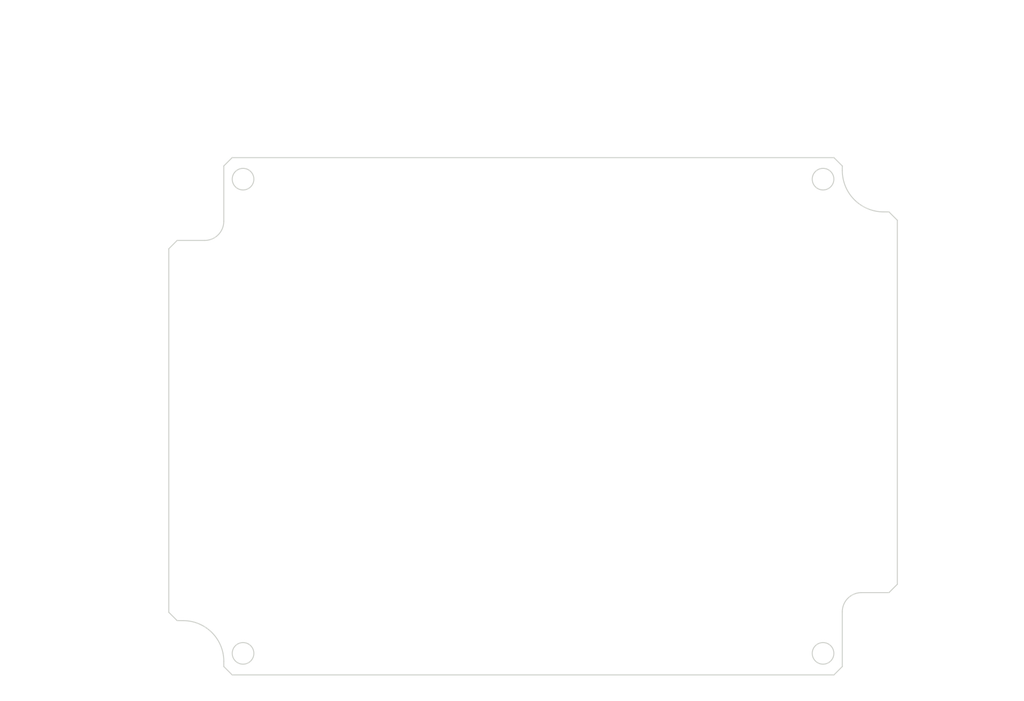
<source format=kicad_pcb>
(kicad_pcb (version 20171130) (host pcbnew "(5.1.0)-1")

  (general
    (thickness 1.6)
    (drawings 106)
    (tracks 0)
    (zones 0)
    (modules 0)
    (nets 1)
  )

  (page A4)
  (layers
    (0 F.Cu signal)
    (31 B.Cu signal)
    (32 B.Adhes user)
    (33 F.Adhes user)
    (34 B.Paste user)
    (35 F.Paste user)
    (36 B.SilkS user)
    (37 F.SilkS user)
    (38 B.Mask user)
    (39 F.Mask user)
    (40 Dwgs.User user)
    (41 Cmts.User user)
    (42 Eco1.User user)
    (43 Eco2.User user)
    (44 Edge.Cuts user)
    (45 Margin user)
    (46 B.CrtYd user)
    (47 F.CrtYd user)
    (48 B.Fab user)
    (49 F.Fab user)
  )

  (setup
    (last_trace_width 0.25)
    (trace_clearance 0.2)
    (zone_clearance 0.508)
    (zone_45_only no)
    (trace_min 0.2)
    (via_size 0.8)
    (via_drill 0.4)
    (via_min_size 0.4)
    (via_min_drill 0.3)
    (uvia_size 0.3)
    (uvia_drill 0.1)
    (uvias_allowed no)
    (uvia_min_size 0.2)
    (uvia_min_drill 0.1)
    (edge_width 0.05)
    (segment_width 0.2)
    (pcb_text_width 0.3)
    (pcb_text_size 1.5 1.5)
    (mod_edge_width 0.12)
    (mod_text_size 1 1)
    (mod_text_width 0.15)
    (pad_size 1.524 1.524)
    (pad_drill 0.762)
    (pad_to_mask_clearance 0.051)
    (solder_mask_min_width 0.25)
    (aux_axis_origin 0 0)
    (visible_elements FFFFFF7F)
    (pcbplotparams
      (layerselection 0x010fc_ffffffff)
      (usegerberextensions false)
      (usegerberattributes false)
      (usegerberadvancedattributes false)
      (creategerberjobfile false)
      (excludeedgelayer true)
      (linewidth 0.152400)
      (plotframeref false)
      (viasonmask false)
      (mode 1)
      (useauxorigin false)
      (hpglpennumber 1)
      (hpglpenspeed 20)
      (hpglpendiameter 15.000000)
      (psnegative false)
      (psa4output false)
      (plotreference true)
      (plotvalue true)
      (plotinvisibletext false)
      (padsonsilk false)
      (subtractmaskfromsilk false)
      (outputformat 1)
      (mirror false)
      (drillshape 1)
      (scaleselection 1)
      (outputdirectory ""))
  )

  (net 0 "")

  (net_class Default "This is the default net class."
    (clearance 0.2)
    (trace_width 0.25)
    (via_dia 0.8)
    (via_drill 0.4)
    (uvia_dia 0.3)
    (uvia_drill 0.1)
  )

  (gr_circle (center 206.383999 150.410001) (end 208.433999 150.410001) (layer Edge.Cuts) (width 0.2))
  (gr_circle (center 96.383999 60.410001) (end 98.433999 60.410001) (layer Edge.Cuts) (width 0.2))
  (gr_circle (center 206.384 60.410001) (end 208.434 60.410001) (layer Edge.Cuts) (width 0.2))
  (gr_circle (center 96.383999 150.410001) (end 98.433999 150.410001) (layer Edge.Cuts) (width 0.2))
  (gr_arc (start 89.099224 68.410001) (end 89.099224 72.03764) (angle -90) (layer Edge.Cuts) (width 0.2))
  (gr_line (start 92.726864 57.910846) (end 92.726864 68.410001) (layer Edge.Cuts) (width 0.2))
  (gr_arc (start 217.884 58.775736) (end 210.03639 58.775736) (angle -90) (layer Edge.Cuts) (width 0.2))
  (gr_line (start 218.883154 66.623346) (end 217.884 66.623346) (layer Edge.Cuts) (width 0.2))
  (gr_line (start 220.470654 137.294861) (end 220.470654 68.210846) (layer Edge.Cuts) (width 0.2))
  (gr_arc (start 213.66403 142.510001) (end 213.66403 138.882361) (angle -90) (layer Edge.Cuts) (width 0.2))
  (gr_line (start 210.03639 152.909155) (end 210.03639 142.510001) (layer Edge.Cuts) (width 0.2))
  (gr_arc (start 85.018264 151.910001) (end 92.731609 151.910001) (angle -90) (layer Edge.Cuts) (width 0.2))
  (gr_line (start 83.884845 144.196655) (end 85.018264 144.196655) (layer Edge.Cuts) (width 0.2))
  (gr_line (start 82.297345 73.62514) (end 82.297345 142.609155) (layer Edge.Cuts) (width 0.2))
  (gr_line (start 208.44889 56.323346) (end 94.314364 56.323346) (layer Edge.Cuts) (width 0.2))
  (gr_line (start 210.03639 58.775736) (end 210.03639 57.910846) (layer Edge.Cuts) (width 0.2))
  (gr_line (start 94.319109 154.496655) (end 208.44889 154.496655) (layer Edge.Cuts) (width 0.2))
  (gr_line (start 92.731609 151.910001) (end 92.731609 152.909155) (layer Edge.Cuts) (width 0.2))
  (gr_line (start 213.66403 138.882361) (end 218.883154 138.882361) (layer Edge.Cuts) (width 0.2))
  (gr_line (start 89.099224 72.03764) (end 83.884845 72.03764) (layer Edge.Cuts) (width 0.2))
  (gr_line (start 82.297345 142.609155) (end 83.884845 144.196655) (layer Edge.Cuts) (width 0.2))
  (gr_line (start 210.03639 57.910846) (end 208.44889 56.323346) (layer Edge.Cuts) (width 0.2))
  (gr_line (start 92.731609 152.909155) (end 94.319109 154.496655) (layer Edge.Cuts) (width 0.2))
  (gr_line (start 220.470654 68.210846) (end 218.883154 66.623346) (layer Edge.Cuts) (width 0.2))
  (gr_line (start 208.44889 154.496655) (end 210.03639 152.909155) (layer Edge.Cuts) (width 0.2))
  (gr_line (start 94.314364 56.323346) (end 92.726864 57.910846) (layer Edge.Cuts) (width 0.2))
  (gr_line (start 218.883154 138.882361) (end 220.470654 137.294861) (layer Edge.Cuts) (width 0.2))
  (gr_line (start 83.884845 72.03764) (end 82.297345 73.62514) (layer Edge.Cuts) (width 0.2))
  (gr_text "1.59 X 45.0° Chamfer" (at 218.386601 159.035742) (layer Dwgs.User)
    (effects (font (size 1.7 1.53) (thickness 0.2125)) (justify left bottom))
  )
  (gr_line (start 214.81596 158.156588) (end 217.31596 158.156588) (layer Dwgs.User) (width 0.2))
  (gr_line (start 211.195662 155.26358) (end 214.81596 158.156588) (layer Dwgs.User) (width 0.2))
  (gr_line (start 210.883527 155.654185) (end 211.507797 154.872976) (layer Dwgs.User) (width 0.2))
  (gr_line (start 209.24264 153.702905) (end 210.883527 155.654185) (layer Dwgs.User) (width 0.2))
  (gr_line (start 211.507797 154.872976) (end 209.24264 153.702905) (layer Dwgs.User) (width 0.2))
  (gr_line (start 210.883523 155.654183) (end 211.507799 154.872976) (layer Dwgs.User) (width 0.2))
  (gr_line (start 209.242631 153.702904) (end 210.883523 155.654183) (layer Dwgs.User) (width 0.2))
  (gr_line (start 211.507799 154.872976) (end 209.242631 153.702904) (layer Dwgs.User) (width 0.2))
  (gr_line (start 211.195662 155.26358) (end 209.24264 153.702905) (layer Dwgs.User) (width 0.2))
  (gr_text [4.33] (at 143.929352 45.213384) (layer Dwgs.User)
    (effects (font (size 1.7 1.53) (thickness 0.2125)))
  )
  (gr_text " 110.00" (at 143.929352 41.655949) (layer Dwgs.User)
    (effects (font (size 1.7 1.53) (thickness 0.2125)))
  )
  (gr_line (start 204.384 43.323923) (end 148.634365 43.323923) (layer Dwgs.User) (width 0.2))
  (gr_line (start 98.383999 43.323923) (end 139.224338 43.323923) (layer Dwgs.User) (width 0.2))
  (gr_line (start 206.384 59.410001) (end 206.384 40.148923) (layer Dwgs.User) (width 0.2))
  (gr_line (start 96.384 59.410001) (end 96.384 40.148923) (layer Dwgs.User) (width 0.2))
  (gr_text [3.54] (at 235.658969 107.299462) (layer Dwgs.User)
    (effects (font (size 1.7 1.53) (thickness 0.2125)))
  )
  (gr_text " 90.00" (at 235.658969 103.742026) (layer Dwgs.User)
    (effects (font (size 1.7 1.53) (thickness 0.2125)))
  )
  (gr_line (start 235.658969 148.410001) (end 235.658969 108.967436) (layer Dwgs.User) (width 0.2))
  (gr_line (start 235.658969 62.410001) (end 235.658969 101.852565) (layer Dwgs.User) (width 0.2))
  (gr_line (start 207.384 150.410001) (end 238.833969 150.410001) (layer Dwgs.User) (width 0.2))
  (gr_line (start 207.384 60.410001) (end 238.833969 60.410001) (layer Dwgs.User) (width 0.2))
  (gr_text [4.62] (at 156.619405 37.800307) (layer Dwgs.User)
    (effects (font (size 1.7 1.53) (thickness 0.2125)))
  )
  (gr_text " 117.31" (at 156.619405 34.242292) (layer Dwgs.User)
    (effects (font (size 1.7 1.53) (thickness 0.2125)))
  )
  (gr_line (start 208.03639 35.910846) (end 161.163232 35.910846) (layer Dwgs.User) (width 0.2))
  (gr_line (start 94.726864 35.910846) (end 152.075578 35.910846) (layer Dwgs.User) (width 0.2))
  (gr_line (start 210.03639 56.910846) (end 210.03639 32.735846) (layer Dwgs.User) (width 0.2))
  (gr_line (start 92.726864 56.910846) (end 92.726864 32.735846) (layer Dwgs.User) (width 0.2))
  (gr_text [.41] (at 75.72521 47.436032) (layer Dwgs.User)
    (effects (font (size 1.7 1.53) (thickness 0.2125)))
  )
  (gr_text " 10.43" (at 75.72521 43.878017) (layer Dwgs.User)
    (effects (font (size 1.7 1.53) (thickness 0.2125)))
  )
  (gr_line (start 82.297345 45.546571) (end 79.772721 45.546571) (layer Dwgs.User) (width 0.2))
  (gr_line (start 90.726864 45.546571) (end 84.297345 45.546571) (layer Dwgs.User) (width 0.2))
  (gr_line (start 92.726864 56.910846) (end 92.726864 42.371571) (layer Dwgs.User) (width 0.2))
  (gr_line (start 82.297345 72.62514) (end 82.297345 42.371571) (layer Dwgs.User) (width 0.2))
  (gr_text [.62] (at 67.771203 66.069954) (layer Dwgs.User)
    (effects (font (size 1.7 1.53) (thickness 0.2125)))
  )
  (gr_text " 15.71" (at 67.771203 62.512519) (layer Dwgs.User)
    (effects (font (size 1.7 1.53) (thickness 0.2125)))
  )
  (gr_line (start 67.771203 58.323346) (end 67.771203 60.623058) (layer Dwgs.User) (width 0.2))
  (gr_line (start 67.771203 70.03764) (end 67.771203 67.737928) (layer Dwgs.User) (width 0.2))
  (gr_line (start 93.314364 56.323346) (end 64.596203 56.323346) (layer Dwgs.User) (width 0.2))
  (gr_line (start 82.884845 72.03764) (end 64.596203 72.03764) (layer Dwgs.User) (width 0.2))
  (gr_text [2.84] (at 67.687948 114.047089) (layer Dwgs.User)
    (effects (font (size 1.7 1.53) (thickness 0.2125)))
  )
  (gr_text " 72.16" (at 67.687948 110.489654) (layer Dwgs.User)
    (effects (font (size 1.7 1.53) (thickness 0.2125)))
  )
  (gr_line (start 67.687948 142.196655) (end 67.687948 115.715063) (layer Dwgs.User) (width 0.2))
  (gr_line (start 67.687948 74.03764) (end 67.687948 108.600193) (layer Dwgs.User) (width 0.2))
  (gr_line (start 82.884845 144.196655) (end 64.512948 144.196655) (layer Dwgs.User) (width 0.2))
  (gr_line (start 82.884845 72.03764) (end 64.512948 72.03764) (layer Dwgs.User) (width 0.2))
  (gr_text [.55] (at 76.248095 83.993024) (layer Dwgs.User)
    (effects (font (size 1.7 1.53) (thickness 0.2125)))
  )
  (gr_text " 14.09" (at 76.248095 80.439068) (layer Dwgs.User)
    (effects (font (size 1.7 1.53) (thickness 0.2125)))
  )
  (gr_line (start 82.297345 82.107042) (end 80.297345 82.107042) (layer Dwgs.User) (width 0.2))
  (gr_line (start 94.384 82.107042) (end 84.297345 82.107042) (layer Dwgs.User) (width 0.2))
  (gr_line (start 96.384 61.410001) (end 96.384 85.282042) (layer Dwgs.User) (width 0.2))
  (gr_text [.16] (at 121.854102 51.201479) (layer Dwgs.User)
    (effects (font (size 1.7 1.53) (thickness 0.2125)))
  )
  (gr_text " 4.09" (at 121.854102 47.644043) (layer Dwgs.User)
    (effects (font (size 1.7 1.53) (thickness 0.2125)))
  )
  (gr_line (start 116.465254 49.312017) (end 118.465254 49.312017) (layer Dwgs.User) (width 0.2))
  (gr_line (start 116.465254 54.323346) (end 116.465254 49.312017) (layer Dwgs.User) (width 0.2))
  (gr_line (start 116.465254 62.410001) (end 116.465254 64.410001) (layer Dwgs.User) (width 0.2))
  (gr_line (start 97.384 60.410001) (end 119.640254 60.410001) (layer Dwgs.User) (width 0.2))
  (gr_line (start 96.384 60.500001) (end 96.384 60.320001) (layer Dwgs.User) (width 0.2))
  (gr_line (start 96.294 60.410001) (end 96.474 60.410001) (layer Dwgs.User) (width 0.2))
  (gr_text " ∅4.10\n[∅0.16]" (at 111.362317 72.78985) (layer Dwgs.User)
    (effects (font (size 1.7 1.53) (thickness 0.2125)))
  )
  (gr_line (start 104.825448 72.78985) (end 98.665632 63.75614) (layer Dwgs.User) (width 0.2))
  (gr_line (start 106.825448 72.78985) (end 104.825448 72.78985) (layer Dwgs.User) (width 0.2))
  (gr_text [R0.14] (at 223.349269 147.259002) (layer Dwgs.User)
    (effects (font (size 1.7 1.53) (thickness 0.2125)))
  )
  (gr_text " R3.63" (at 223.349269 143.700987) (layer Dwgs.User)
    (effects (font (size 1.7 1.53) (thickness 0.2125)))
  )
  (gr_line (start 216.878498 145.369541) (end 212.447937 141.428183) (layer Dwgs.User) (width 0.2))
  (gr_line (start 218.878498 145.369541) (end 216.878498 145.369541) (layer Dwgs.User) (width 0.2))
  (gr_text [3.87] (at 54.314364 107.299462) (layer Dwgs.User)
    (effects (font (size 1.7 1.53) (thickness 0.2125)))
  )
  (gr_text " 98.17" (at 54.314364 103.742026) (layer Dwgs.User)
    (effects (font (size 1.7 1.53) (thickness 0.2125)))
  )
  (gr_line (start 54.314364 58.323346) (end 54.314364 101.852565) (layer Dwgs.User) (width 0.2))
  (gr_line (start 54.314364 152.496655) (end 54.314364 108.967436) (layer Dwgs.User) (width 0.2))
  (gr_line (start 93.314364 56.323346) (end 51.139364 56.323346) (layer Dwgs.User) (width 0.2))
  (gr_line (start 93.319109 154.496655) (end 51.139364 154.496655) (layer Dwgs.User) (width 0.2))
  (gr_text [5.44] (at 141.747935 31.566824) (layer Dwgs.User)
    (effects (font (size 1.7 1.53) (thickness 0.2125)))
  )
  (gr_text " 138.17" (at 141.747935 28.012288) (layer Dwgs.User)
    (effects (font (size 1.7 1.53) (thickness 0.2125)))
  )
  (gr_line (start 218.470654 29.680842) (end 146.455848 29.680842) (layer Dwgs.User) (width 0.2))
  (gr_line (start 84.297345 29.680842) (end 137.040022 29.680842) (layer Dwgs.User) (width 0.2))
  (gr_line (start 220.470654 67.210846) (end 220.470654 26.505842) (layer Dwgs.User) (width 0.2))
  (gr_line (start 82.297345 72.62514) (end 82.297345 26.505842) (layer Dwgs.User) (width 0.2))

)

</source>
